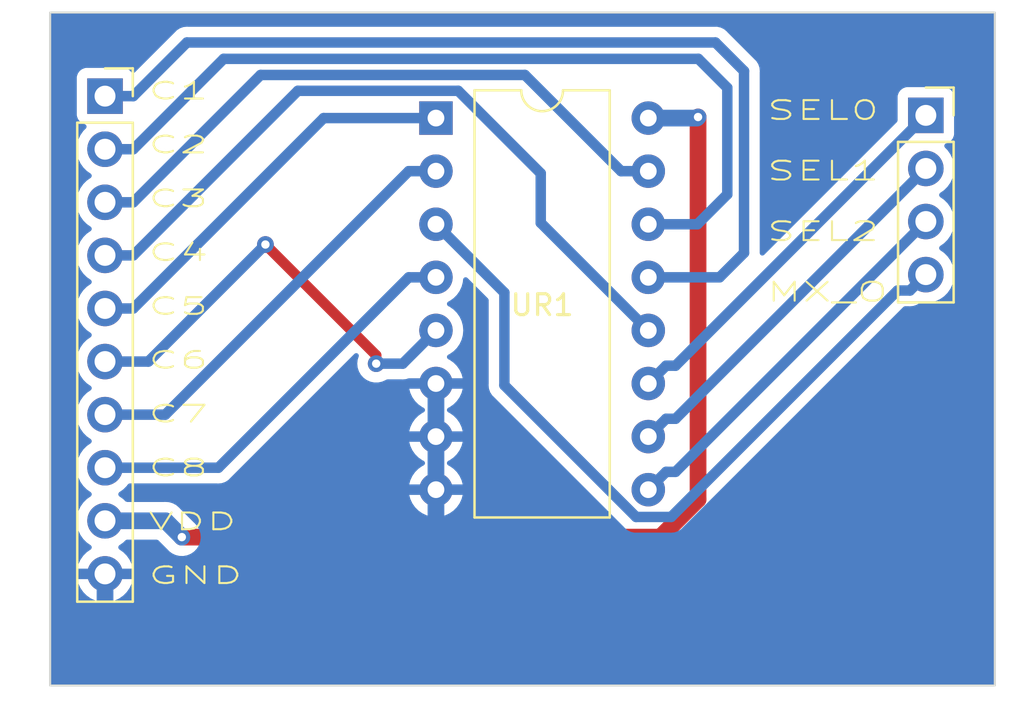
<source format=kicad_pcb>
(kicad_pcb (version 20221018) (generator pcbnew)
  (title_block (title "Multiplexer") (date "2023-11-09") (rev "1.4") (company "@Siyuan Xu"))
  (layers (0 "F.Cu" signal) (31 "B.Cu" signal) (34 "B.Paste" user) (35 "F.Paste" user) (36 "B.SilkS" user "B.Silkscreen") (37 "F.SilkS" user "F.Silkscreen") (38 "B.Mask" user) (39 "F.Mask" user) (44 "Edge.Cuts" user))
  (net 0 "")
  (net 1 "/C1_V")
  (net 2 "/C2_V")
  (net 3 "/C3_V")
  (net 4 "/C4_V")
  (net 5 "Net-(J1-Pin_5)")
  (net 6 "Net-(J1-Pin_6)")
  (net 7 "Net-(J1-Pin_7)")
  (net 8 "Net-(J1-Pin_8)")
  (net 9 "/VDD")
  (net 10 "/SEL0")
  (net 11 "/SEL1")
  (net 12 "/SEL2")
  (net 13 "/MUX_O")
  (net 14 "0")
  (footprint "Package_DIP:DIP-16_W10.16mm" (layer "F.Cu") (at 225.9262 118.0158)
    (fp_text reference "UR1" (at 5.08 8.95) (layer "F.SilkS"))
    (fp_text value "CD4051B")
    (fp_line (start 1.845 -1.33) (end 1.845 19.11) (stroke (width 0.12)) (layer "F.SilkS"))
    (fp_line (start 1.845 19.11) (end 8.315 19.11) (stroke (width 0.12)) (layer "F.SilkS"))
    (fp_line (start 4.08 -1.33) (end 1.845 -1.33) (stroke (width 0.12)) (layer "F.SilkS"))
    (fp_line (start 8.315 -1.33) (end 6.08 -1.33) (stroke (width 0.12)) (layer "F.SilkS"))
    (fp_line (start 8.315 19.11) (end 8.315 -1.33) (stroke (width 0.12)) (layer "F.SilkS"))
    (fp_arc (start 6.08 -1.33) (mid 5.08 -0.33) (end 4.08 -1.33) (stroke (width 0.12)) (layer "F.SilkS"))
    (pad "1" thru_hole rect (at 0 0) (size 1.6 1.6) (drill 0.8) (layers "*.Cu" "*.Mask") (net 5 "Net-(J1-Pin_5)"))
    (pad "2" thru_hole oval (at 0 2.54) (size 1.6 1.6) (drill 0.8) (layers "*.Cu" "*.Mask") (net 7 "Net-(J1-Pin_7)"))
    (pad "3" thru_hole oval (at 0 5.08) (size 1.6 1.6) (drill 0.8) (layers "*.Cu" "*.Mask") (net 13 "/MUX_O"))
    (pad "4" thru_hole oval (at 0 7.62) (size 1.6 1.6) (drill 0.8) (layers "*.Cu" "*.Mask") (net 8 "Net-(J1-Pin_8)"))
    (pad "5" thru_hole oval (at 0 10.16) (size 1.6 1.6) (drill 0.8) (layers "*.Cu" "*.Mask") (net 6 "Net-(J1-Pin_6)"))
    (pad "6" thru_hole oval (at 0 12.7) (size 1.6 1.6) (drill 0.8) (layers "*.Cu" "*.Mask") (net 14 "0"))
    (pad "7" thru_hole oval (at 0 15.24) (size 1.6 1.6) (drill 0.8) (layers "*.Cu" "*.Mask") (net 14 "0"))
    (pad "8" thru_hole oval (at 0 17.78) (size 1.6 1.6) (drill 0.8) (layers "*.Cu" "*.Mask") (net 14 "0"))
    (pad "9" thru_hole oval (at 10.16 17.78) (size 1.6 1.6) (drill 0.8) (layers "*.Cu" "*.Mask") (net 12 "/SEL2"))
    (pad "10" thru_hole oval (at 10.16 15.24) (size 1.6 1.6) (drill 0.8) (layers "*.Cu" "*.Mask") (net 11 "/SEL1"))
    (pad "11" thru_hole oval (at 10.16 12.7) (size 1.6 1.6) (drill 0.8) (layers "*.Cu" "*.Mask") (net 10 "/SEL0"))
    (pad "12" thru_hole oval (at 10.16 10.16) (size 1.6 1.6) (drill 0.8) (layers "*.Cu" "*.Mask") (net 4 "/C4_V"))
    (pad "13" thru_hole oval (at 10.16 7.62) (size 1.6 1.6) (drill 0.8) (layers "*.Cu" "*.Mask") (net 1 "/C1_V"))
    (pad "14" thru_hole oval (at 10.16 5.08) (size 1.6 1.6) (drill 0.8) (layers "*.Cu" "*.Mask") (net 2 "/C2_V"))
    (pad "15" thru_hole oval (at 10.16 2.54) (size 1.6 1.6) (drill 0.8) (layers "*.Cu" "*.Mask") (net 3 "/C3_V"))
    (pad "16" thru_hole oval (at 10.16 0) (size 1.6 1.6) (drill 0.8) (layers "*.Cu" "*.Mask") (net 9 "/VDD"))
  )
  (footprint "VAMK_CON:SOCKET_1x10" (layer "F.Cu") (at 210.0912 116.9658)
    (fp_text reference "J1" hide)
    (fp_text value "Conn_01x10_Socket" hide)
    (fp_line (start -1.33 1.27) (end -1.33 24.19) (stroke (width 0.12)) (layer "F.SilkS"))
    (fp_line (start -1.33 1.27) (end 1.33 1.27) (stroke (width 0.12)) (layer "F.SilkS"))
    (fp_line (start -1.33 24.19) (end 1.33 24.19) (stroke (width 0.12)) (layer "F.SilkS"))
    (fp_line (start 0 -1.33) (end 1.33 -1.33) (stroke (width 0.12)) (layer "F.SilkS"))
    (fp_line (start 1.33 -1.33) (end 1.33 0) (stroke (width 0.12)) (layer "F.SilkS"))
    (fp_line (start 1.33 1.27) (end 1.33 24.19) (stroke (width 0.12)) (layer "F.SilkS"))
    (pad "1" thru_hole rect (at 0 0) (size 1.7 1.7) (drill 1) (layers "*.Cu" "*.Mask") (net 1 "/C1_V"))
    (pad "2" thru_hole oval (at 0 2.54) (size 1.7 1.7) (drill 1) (layers "*.Cu" "*.Mask") (net 2 "/C2_V"))
    (pad "3" thru_hole oval (at 0 5.08) (size 1.7 1.7) (drill 1) (layers "*.Cu" "*.Mask") (net 3 "/C3_V"))
    (pad "4" thru_hole oval (at 0 7.62) (size 1.7 1.7) (drill 1) (layers "*.Cu" "*.Mask") (net 4 "/C4_V"))
    (pad "5" thru_hole oval (at 0 10.16) (size 1.7 1.7) (drill 1) (layers "*.Cu" "*.Mask") (net 5 "Net-(J1-Pin_5)"))
    (pad "6" thru_hole oval (at 0 12.7) (size 1.7 1.7) (drill 1) (layers "*.Cu" "*.Mask") (net 6 "Net-(J1-Pin_6)"))
    (pad "7" thru_hole oval (at 0 15.24) (size 1.7 1.7) (drill 1) (layers "*.Cu" "*.Mask") (net 7 "Net-(J1-Pin_7)"))
    (pad "8" thru_hole oval (at 0 17.78) (size 1.7 1.7) (drill 1) (layers "*.Cu" "*.Mask") (net 8 "Net-(J1-Pin_8)"))
    (pad "9" thru_hole oval (at 0 20.32) (size 1.7 1.7) (drill 1) (layers "*.Cu" "*.Mask") (net 9 "/VDD"))
    (pad "10" thru_hole oval (at 0 22.86) (size 1.7 1.7) (drill 1) (layers "*.Cu" "*.Mask") (net 14 "0"))
  )
  (footprint "VAMK_CON:SOCKET_1x4" (layer "F.Cu") (at 249.3662 117.8858)
    (fp_text reference "J2" hide)
    (fp_text value "Conn_01x04_Socket" hide)
    (fp_line (start -1.33 1.27) (end -1.33 8.95) (stroke (width 0.12)) (layer "F.SilkS"))
    (fp_line (start -1.33 1.27) (end 1.33 1.27) (stroke (width 0.12)) (layer "F.SilkS"))
    (fp_line (start -1.33 8.95) (end 1.33 8.95) (stroke (width 0.12)) (layer "F.SilkS"))
    (fp_line (start 0 -1.33) (end 1.33 -1.33) (stroke (width 0.12)) (layer "F.SilkS"))
    (fp_line (start 1.33 -1.33) (end 1.33 0) (stroke (width 0.12)) (layer "F.SilkS"))
    (fp_line (start 1.33 1.27) (end 1.33 8.95) (stroke (width 0.12)) (layer "F.SilkS"))
    (pad "1" thru_hole rect (at 0 0) (size 1.7 1.7) (drill 1) (layers "*.Cu" "*.Mask") (net 10 "/SEL0"))
    (pad "2" thru_hole oval (at 0 2.54) (size 1.7 1.7) (drill 1) (layers "*.Cu" "*.Mask") (net 11 "/SEL1"))
    (pad "3" thru_hole oval (at 0 5.08) (size 1.7 1.7) (drill 1) (layers "*.Cu" "*.Mask") (net 12 "/SEL2"))
    (pad "4" thru_hole oval (at 0 7.62) (size 1.7 1.7) (drill 1) (layers "*.Cu" "*.Mask") (net 13 "/MUX_O"))
  )
  (gr_rect (start 207.4662 112.9658) (end 252.6662 145.1658) (stroke (width 0.1)) (fill none) (layer "Edge.Cuts"))
  (gr_text "C1\n\nC2\n\nC3\n\nC4\n\nC5\n\nC6\n\nC7\n\nC8\n\nVDD\n\nGND" (at 212.0662 140.3658) (layer "F.SilkS") (effects (font (size 0.8 1.5) (thickness 0.1)) (justify left bottom)))
  (gr_text "SEL0\n\nSEL1\n\nSEL2\n\nMX_O" (at 241.6662 126.8658) (layer "F.SilkS") (effects (font (size 0.9 1.5) (thickness 0.1)) (justify left bottom)))
  (segment (start 239.299 114.3986) (end 240.6662 115.7658) (width 0.5) (layer "B.Cu") (net 1))
  (segment (start 239.4962 125.6358) (end 236.0862 125.6358) (width 0.5) (layer "B.Cu") (net 1))
  (segment (start 214.0103 114.3986) (end 239.299 114.3986) (width 0.5) (layer "B.Cu") (net 1))
  (segment (start 240.6662 115.7658) (end 240.6662 124.4658) (width 0.5) (layer "B.Cu") (net 1))
  (segment (start 240.6662 124.4658) (end 239.4962 125.6358) (width 0.5) (layer "B.Cu") (net 1))
  (segment (start 211.4431 116.9658) (end 214.0103 114.3986) (width 0.5) (layer "B.Cu") (net 1))
  (segment (start 210.0912 116.9658) (end 211.4431 116.9658) (width 0.5) (layer "B.Cu") (net 1))
  (segment (start 238.4818 115.1814) (end 239.8662 116.5658) (width 0.5) (layer "B.Cu") (net 2))
  (segment (start 210.0912 119.5058) (end 211.4431 119.5058) (width 0.5) (layer "B.Cu") (net 2))
  (segment (start 239.8662 116.5658) (end 239.8662 121.6658) (width 0.5) (layer "B.Cu") (net 2))
  (segment (start 239.8662 121.6658) (end 238.4362 123.0958) (width 0.5) (layer "B.Cu") (net 2))
  (segment (start 215.7675 115.1814) (end 238.4818 115.1814) (width 0.5) (layer "B.Cu") (net 2))
  (segment (start 211.4431 119.5058) (end 215.7675 115.1814) (width 0.5) (layer "B.Cu") (net 2))
  (segment (start 238.4362 123.0958) (end 236.0862 123.0958) (width 0.5) (layer "B.Cu") (net 2))
  (segment (start 211.4431 122.0458) (end 217.5359 115.953) (width 0.5) (layer "B.Cu") (net 3))
  (segment (start 210.0912 122.0458) (end 211.4431 122.0458) (width 0.5) (layer "B.Cu") (net 3))
  (segment (start 236.0862 120.5558) (end 234.7843 120.5558) (width 0.5) (layer "B.Cu") (net 3))
  (segment (start 230.1815 115.953) (end 234.7843 120.5558) (width 0.5) (layer "B.Cu") (net 3))
  (segment (start 217.5359 115.953) (end 230.1815 115.953) (width 0.5) (layer "B.Cu") (net 3))
  (segment (start 230.9399 123.0295) (end 230.9399 120.6601) (width 0.5) (layer "B.Cu") (net 4))
  (segment (start 230.9399 120.6601) (end 226.9912 116.7114) (width 0.5) (layer "B.Cu") (net 4))
  (segment (start 236.0862 128.1758) (end 230.9399 123.0295) (width 0.5) (layer "B.Cu") (net 4))
  (segment (start 219.3175 116.7114) (end 211.4431 124.5858) (width 0.5) (layer "B.Cu") (net 4))
  (segment (start 210.0912 124.5858) (end 211.4431 124.5858) (width 0.5) (layer "B.Cu") (net 4))
  (segment (start 226.9912 116.7114) (end 219.3175 116.7114) (width 0.5) (layer "B.Cu") (net 4))
  (segment (start 220.5531 118.0158) (end 211.4431 127.1258) (width 0.5) (layer "B.Cu") (net 5))
  (segment (start 210.0912 127.1258) (end 211.4431 127.1258) (width 0.5) (layer "B.Cu") (net 5))
  (segment (start 225.9262 118.0158) (end 220.5531 118.0158) (width 0.5) (layer "B.Cu") (net 5))
  (segment (start 217.7662 124.0658) (end 223.0662 129.3658) (width 0.5) (layer "F.Cu") (net 6))
  (segment (start 223.0662 129.3658) (end 223.0662 129.7658) (width 0.5) (layer "F.Cu") (net 6))
  (via (at 223.0662 129.7658) (size 0.8) (drill 0.4) (layers "F.Cu" "B.Cu") (net 6))
  (via (at 217.7662 124.0658) (size 0.8) (drill 0.4) (layers "F.Cu" "B.Cu") (net 6))
  (segment (start 212.1662 129.6658) (end 210.0912 129.6658) (width 0.5) (layer "B.Cu") (net 6))
  (segment (start 223.0662 129.7658) (end 224.3362 129.7658) (width 0.5) (layer "B.Cu") (net 6))
  (segment (start 224.3362 129.7658) (end 225.9262 128.1758) (width 0.5) (layer "B.Cu") (net 6))
  (segment (start 217.7662 124.0658) (end 212.1662 129.6658) (width 0.5) (layer "B.Cu") (net 6))
  (segment (start 225.9262 120.5558) (end 224.6243 120.5558) (width 0.5) (layer "B.Cu") (net 7))
  (segment (start 224.6243 120.5558) (end 212.9743 132.2058) (width 0.5) (layer "B.Cu") (net 7))
  (segment (start 212.9743 132.2058) (end 210.0912 132.2058) (width 0.5) (layer "B.Cu") (net 7))
  (segment (start 210.0912 134.7458) (end 215.5143 134.7458) (width 0.5) (layer "B.Cu") (net 8))
  (segment (start 215.5143 134.7458) (end 224.6243 125.6358) (width 0.5) (layer "B.Cu") (net 8))
  (segment (start 225.9262 125.6358) (end 224.6243 125.6358) (width 0.5) (layer "B.Cu") (net 8))
  (segment (start 236.6662 138.0658) (end 213.7662 138.0658) (width 0.8) (layer "F.Cu") (net 9))
  (segment (start 238.4662 136.2658) (end 236.6662 138.0658) (width 0.8) (layer "F.Cu") (net 9))
  (segment (start 238.4662 117.9658) (end 238.4662 136.2658) (width 0.8) (layer "F.Cu") (net 9))
  (via (at 213.7662 138.0658) (size 0.8) (drill 0.4) (layers "F.Cu" "B.Cu") (net 9))
  (via (at 238.4662 117.9658) (size 0.8) (drill 0.4) (layers "F.Cu" "B.Cu") (net 9))
  (segment (start 213.7662 138.0658) (end 212.9862 137.2858) (width 0.8) (layer "B.Cu") (net 9))
  (segment (start 236.0862 118.0158) (end 238.4162 118.0158) (width 0.8) (layer "B.Cu") (net 9))
  (segment (start 212.9862 137.2858) (end 210.0912 137.2858) (width 0.8) (layer "B.Cu") (net 9))
  (segment (start 238.4162 118.0158) (end 238.4662 117.9658) (width 0.5) (layer "B.Cu") (net 9))
  (segment (start 237.3881 129.8639) (end 249.3662 117.8858) (width 0.5) (layer "B.Cu") (net 10))
  (segment (start 236.9381 129.8639) (end 236.0862 130.7158) (width 0.5) (layer "B.Cu") (net 10))
  (segment (start 237.3881 129.8639) (end 236.9381 129.8639) (width 0.5) (layer "B.Cu") (net 10))
  (segment (start 236.9381 132.4039) (end 236.0862 133.2558) (width 0.5) (layer "B.Cu") (net 11))
  (segment (start 249.3662 120.4258) (end 237.3881 132.4039) (width 0.5) (layer "B.Cu") (net 11))
  (segment (start 237.3881 132.4039) (end 236.9381 132.4039) (width 0.5) (layer "B.Cu") (net 11))
  (segment (start 249.3662 122.9658) (end 237.3881 134.9439) (width 0.5) (layer "B.Cu") (net 12))
  (segment (start 237.3881 134.9439) (end 236.9381 134.9439) (width 0.5) (layer "B.Cu") (net 12))
  (segment (start 236.9381 134.9439) (end 236.0862 135.7958) (width 0.5) (layer "B.Cu") (net 12))
  (segment (start 248.0143 126.2662) (end 237.1799 137.1006) (width 0.5) (layer "B.Cu") (net 13))
  (segment (start 248.6058 126.2662) (end 249.3662 125.5058) (width 0.5) (layer "B.Cu") (net 13))
  (segment (start 229.2 126.3696) (end 225.9262 123.0958) (width 0.5) (layer "B.Cu") (net 13))
  (segment (start 248.0143 126.2662) (end 248.6058 126.2662) (width 0.5) (layer "B.Cu") (net 13))
  (segment (start 237.1799 137.1006) (end 235.5006 137.1006) (width 0.5) (layer "B.Cu") (net 13))
  (segment (start 235.5006 137.1006) (end 229.2 130.8) (width 0.5) (layer "B.Cu") (net 13))
  (segment (start 229.2 130.8) (end 229.2 126.3696) (width 0.5) (layer "B.Cu") (net 13))
  (segment (start 224.4662 143.7658) (end 211.6662 143.7658) (width 0.8) (layer "B.Cu") (net 14))
  (segment (start 225.9262 135.7958) (end 225.9262 142.3058) (width 0.8) (layer "B.Cu") (net 14))
  (segment (start 211.6662 143.7658) (end 210.0912 142.1908) (width 0.8) (layer "B.Cu") (net 14))
  (segment (start 225.9262 130.7158) (end 225.9262 133.2558) (width 0.8) (layer "B.Cu") (net 14))
  (segment (start 225.9262 142.3058) (end 224.4662 143.7658) (width 0.8) (layer "B.Cu") (net 14))
  (segment (start 225.9262 133.2558) (end 225.9262 135.7958) (width 0.8) (layer "B.Cu") (net 14))
  (segment (start 210.0912 142.1908) (end 210.0912 139.8258) (width 0.8) (layer "B.Cu") (net 14))
  (zone (net 14) (net_name "0") (layer "B.Cu") (connect_pads (clearance 0.5)) (min_thickness 0.25) (fill yes (thermal_gap 0.5) (thermal_bridge_width 0.5))
    (polygon (pts (xy 205.2662 112.5658) (xy 254.0662 112.3658) (xy 253.8662 145.9658) (xy 205.0662 146.1658)))
  )
)
</source>
